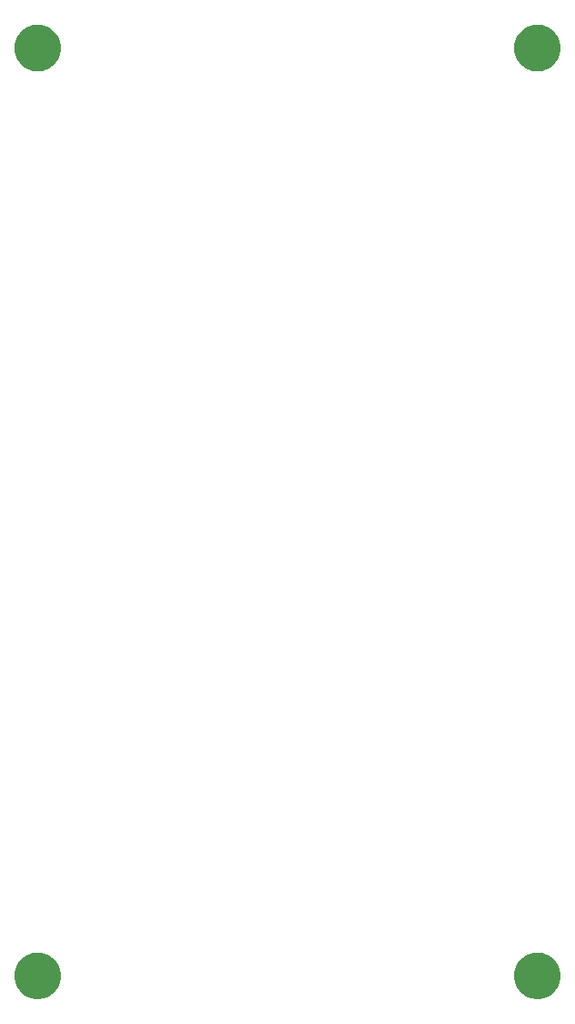
<source format=gbr>
G04 #@! TF.GenerationSoftware,KiCad,Pcbnew,(5.1.2)-2*
G04 #@! TF.CreationDate,2021-09-09T11:53:19-03:00*
G04 #@! TF.ProjectId,MAG_Plus,4d41475f-506c-4757-932e-6b696361645f,rev?*
G04 #@! TF.SameCoordinates,Original*
G04 #@! TF.FileFunction,Soldermask,Top*
G04 #@! TF.FilePolarity,Negative*
%FSLAX46Y46*%
G04 Gerber Fmt 4.6, Leading zero omitted, Abs format (unit mm)*
G04 Created by KiCad (PCBNEW (5.1.2)-2) date 2021-09-09 11:53:19*
%MOMM*%
%LPD*%
G04 APERTURE LIST*
%ADD10C,0.100000*%
G04 APERTURE END LIST*
D10*
G36*
X356148903Y-262543213D02*
G01*
X356371177Y-262587426D01*
X356789932Y-262760880D01*
X357166802Y-263012696D01*
X357487304Y-263333198D01*
X357739120Y-263710068D01*
X357912574Y-264128823D01*
X358001000Y-264573371D01*
X358001000Y-265026629D01*
X357912574Y-265471177D01*
X357739120Y-265889932D01*
X357487304Y-266266802D01*
X357166802Y-266587304D01*
X356789932Y-266839120D01*
X356371177Y-267012574D01*
X356148903Y-267056787D01*
X355926630Y-267101000D01*
X355473370Y-267101000D01*
X355251097Y-267056787D01*
X355028823Y-267012574D01*
X354610068Y-266839120D01*
X354233198Y-266587304D01*
X353912696Y-266266802D01*
X353660880Y-265889932D01*
X353487426Y-265471177D01*
X353399000Y-265026629D01*
X353399000Y-264573371D01*
X353487426Y-264128823D01*
X353660880Y-263710068D01*
X353912696Y-263333198D01*
X354233198Y-263012696D01*
X354610068Y-262760880D01*
X355028823Y-262587426D01*
X355251097Y-262543213D01*
X355473370Y-262499000D01*
X355926630Y-262499000D01*
X356148903Y-262543213D01*
X356148903Y-262543213D01*
G37*
G36*
X306748903Y-262543213D02*
G01*
X306971177Y-262587426D01*
X307389932Y-262760880D01*
X307766802Y-263012696D01*
X308087304Y-263333198D01*
X308339120Y-263710068D01*
X308512574Y-264128823D01*
X308601000Y-264573371D01*
X308601000Y-265026629D01*
X308512574Y-265471177D01*
X308339120Y-265889932D01*
X308087304Y-266266802D01*
X307766802Y-266587304D01*
X307389932Y-266839120D01*
X306971177Y-267012574D01*
X306748903Y-267056787D01*
X306526630Y-267101000D01*
X306073370Y-267101000D01*
X305851097Y-267056787D01*
X305628823Y-267012574D01*
X305210068Y-266839120D01*
X304833198Y-266587304D01*
X304512696Y-266266802D01*
X304260880Y-265889932D01*
X304087426Y-265471177D01*
X303999000Y-265026629D01*
X303999000Y-264573371D01*
X304087426Y-264128823D01*
X304260880Y-263710068D01*
X304512696Y-263333198D01*
X304833198Y-263012696D01*
X305210068Y-262760880D01*
X305628823Y-262587426D01*
X305851097Y-262543213D01*
X306073370Y-262499000D01*
X306526630Y-262499000D01*
X306748903Y-262543213D01*
X306748903Y-262543213D01*
G37*
G36*
X356148903Y-170943213D02*
G01*
X356371177Y-170987426D01*
X356789932Y-171160880D01*
X357166802Y-171412696D01*
X357487304Y-171733198D01*
X357739120Y-172110068D01*
X357912574Y-172528823D01*
X358001000Y-172973371D01*
X358001000Y-173426629D01*
X357912574Y-173871177D01*
X357739120Y-174289932D01*
X357487304Y-174666802D01*
X357166802Y-174987304D01*
X356789932Y-175239120D01*
X356371177Y-175412574D01*
X356148903Y-175456787D01*
X355926630Y-175501000D01*
X355473370Y-175501000D01*
X355251097Y-175456787D01*
X355028823Y-175412574D01*
X354610068Y-175239120D01*
X354233198Y-174987304D01*
X353912696Y-174666802D01*
X353660880Y-174289932D01*
X353487426Y-173871177D01*
X353399000Y-173426629D01*
X353399000Y-172973371D01*
X353487426Y-172528823D01*
X353660880Y-172110068D01*
X353912696Y-171733198D01*
X354233198Y-171412696D01*
X354610068Y-171160880D01*
X355028823Y-170987426D01*
X355251097Y-170943213D01*
X355473370Y-170899000D01*
X355926630Y-170899000D01*
X356148903Y-170943213D01*
X356148903Y-170943213D01*
G37*
G36*
X306748903Y-170943213D02*
G01*
X306971177Y-170987426D01*
X307389932Y-171160880D01*
X307766802Y-171412696D01*
X308087304Y-171733198D01*
X308339120Y-172110068D01*
X308512574Y-172528823D01*
X308601000Y-172973371D01*
X308601000Y-173426629D01*
X308512574Y-173871177D01*
X308339120Y-174289932D01*
X308087304Y-174666802D01*
X307766802Y-174987304D01*
X307389932Y-175239120D01*
X306971177Y-175412574D01*
X306748903Y-175456787D01*
X306526630Y-175501000D01*
X306073370Y-175501000D01*
X305851097Y-175456787D01*
X305628823Y-175412574D01*
X305210068Y-175239120D01*
X304833198Y-174987304D01*
X304512696Y-174666802D01*
X304260880Y-174289932D01*
X304087426Y-173871177D01*
X303999000Y-173426629D01*
X303999000Y-172973371D01*
X304087426Y-172528823D01*
X304260880Y-172110068D01*
X304512696Y-171733198D01*
X304833198Y-171412696D01*
X305210068Y-171160880D01*
X305628823Y-170987426D01*
X305851097Y-170943213D01*
X306073370Y-170899000D01*
X306526630Y-170899000D01*
X306748903Y-170943213D01*
X306748903Y-170943213D01*
G37*
M02*

</source>
